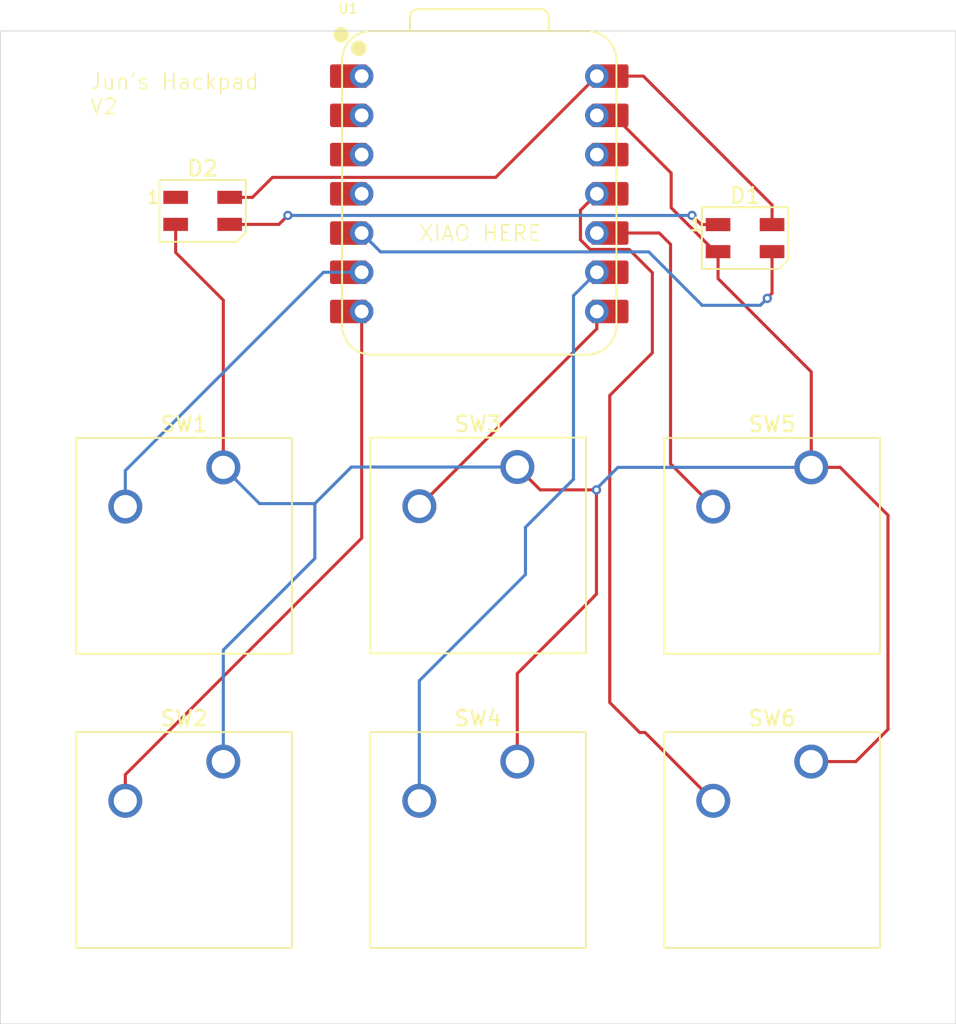
<source format=kicad_pcb>
(kicad_pcb (version 20241229) (generator "pcbnew") (generator_version "9.0")
  (layers (0 "F.Cu" signal) (2 "B.Cu" signal) (13 "F.Paste" user) (15 "B.Paste" user) (5 "F.SilkS" user "F.Silkscreen") (7 "B.SilkS" user "B.Silkscreen") (1 "F.Mask" user) (3 "B.Mask" user) (25 "Edge.Cuts" user))
  (net 0 "")
  (net 1 "+5V")
  (net 2 "Net-(D1-DIN)")
  (net 3 "Net-(D1-DOUT)")
  (net 4 "GND")
  (net 5 "Net-(U1-GPIO7{slash}SCL)")
  (net 6 "Net-(U1-GPIO0{slash}TX)")
  (net 7 "Net-(U1-GPIO1{slash}RX)")
  (net 8 "Net-(U1-GPIO2{slash}SCK)")
  (net 9 "Net-(U1-GPIO4{slash}MISO)")
  (net 10 "Net-(U1-GPIO3{slash}MOSI)")
  (footprint "OPL:XIAO-RP2040-DIP" (layer "F.Cu") (at 131.045 60.55)
    (property "Reference" "U1" (at -8.5 -12 0) (layer "F.SilkS") (effects (font (size 0.635 0.635) (thickness 0.1016))))
    (property "Value" "XIAO-RP2040-DIP")
    (fp_line (start -8.89 8.509) (end -8.89 -8.636) (stroke (width 0.127)) (layer "F.SilkS"))
    (fp_line (start -6.985 10.414) (end 6.985 10.414) (stroke (width 0.127)) (layer "F.SilkS"))
    (fp_line (start -4.495 -10.541) (end -4.491272 -11.451272) (stroke (width 0.127)) (layer "F.SilkS"))
    (fp_line (start -3.991272 -11.951) (end 4.004 -11.951) (stroke (width 0.127)) (layer "F.SilkS"))
    (fp_line (start 4.504 -11.451) (end 4.504 -10.541) (stroke (width 0.127)) (layer "F.SilkS"))
    (fp_line (start 6.985 -10.541) (end -6.985 -10.541) (stroke (width 0.1)) (layer "F.SilkS"))
    (fp_line (start 6.985 -10.541) (end -6.985 -10.541) (stroke (width 0.127)) (layer "F.SilkS"))
    (fp_line (start 8.89 8.509) (end 8.89 -8.636) (stroke (width 0.127)) (layer "F.SilkS"))
    (fp_arc (start -8.89 -8.636) (mid -8.332038 -9.983038) (end -6.985 -10.541) (stroke (width 0.127)) (layer "F.SilkS"))
    (fp_arc (start -6.985 10.414) (mid -8.332038 9.856038) (end -8.89 8.509) (stroke (width 0.127)) (layer "F.SilkS"))
    (fp_arc (start -4.491272 -11.451272) (mid -4.344728 -11.80464) (end -3.991272 -11.951) (stroke (width 0.127)) (layer "F.SilkS"))
    (fp_arc (start 4.004 -11.951) (mid 4.357553 -11.804553) (end 4.504 -11.451) (stroke (width 0.127)) (layer "F.SilkS"))
    (fp_arc (start 6.985 -10.541) (mid 8.332038 -9.983038) (end 8.89 -8.636) (stroke (width 0.127)) (layer "F.SilkS"))
    (fp_arc (start 8.89 8.509) (mid 8.332038 9.856038) (end 6.985 10.414) (stroke (width 0.127)) (layer "F.SilkS"))
    (fp_circle (center -8.95 -10.3) (end -8.95 -10.554) (stroke (width 0.5)) (fill yes) (layer "F.SilkS"))
    (fp_circle (center -7.807 -9.42) (end -7.807 -9.674) (stroke (width 0.5)) (fill yes) (layer "F.SilkS"))
    (pad "1" smd roundrect (at -8.455 -7.62 180) (size 2.432 1.524) (layers "F.Cu" "F.Mask") (roundrect_rratio 0.1))
    (pad "1" thru_hole circle (at -7.62 -7.62 180) (size 1.524 1.524) (drill 0.889) (layers "*.Cu" "*.Mask"))
    (pad "2" smd roundrect (at -8.455 -5.08 180) (size 2.432 1.524) (layers "F.Cu" "F.Mask") (roundrect_rratio 0.1))
    (pad "2" thru_hole circle (at -7.62 -5.08 180) (size 1.524 1.524) (drill 0.889) (layers "*.Cu" "*.Mask"))
    (pad "3" smd roundrect (at -8.455 -2.54 180) (size 2.432 1.524) (layers "F.Cu" "F.Mask") (roundrect_rratio 0.1))
    (pad "3" thru_hole circle (at -7.62 -2.54 180) (size 1.524 1.524) (drill 0.889) (layers "*.Cu" "*.Mask"))
    (pad "4" smd roundrect (at -8.455 0 180) (size 2.432 1.524) (layers "F.Cu" "F.Mask") (roundrect_rratio 0.1))
    (pad "4" thru_hole circle (at -7.62 0 180) (size 1.524 1.524) (drill 0.889) (layers "*.Cu" "*.Mask"))
    (pad "5" smd roundrect (at -8.455 2.54 180) (size 2.432 1.524) (layers "F.Cu" "F.Mask") (roundrect_rratio 0.1) (net 2 "Net-(D1-DIN)"))
    (pad "5" thru_hole circle (at -7.62 2.54 180) (size 1.524 1.524) (drill 0.889) (layers "*.Cu" "*.Mask") (net 2 "Net-(D1-DIN)"))
    (pad "6" smd roundrect (at -8.455 5.08 180) (size 2.432 1.524) (layers "F.Cu" "F.Mask") (roundrect_rratio 0.1) (net 5 "Net-(U1-GPIO7{slash}SCL)"))
    (pad "6" thru_hole circle (at -7.62 5.08 180) (size 1.524 1.524) (drill 0.889) (layers "*.Cu" "*.Mask") (net 5 "Net-(U1-GPIO7{slash}SCL)"))
    (pad "7" smd roundrect (at -8.455 7.62 180) (size 2.432 1.524) (layers "F.Cu" "F.Mask") (roundrect_rratio 0.1) (net 6 "Net-(U1-GPIO0{slash}TX)"))
    (pad "7" thru_hole circle (at -7.62 7.62 180) (size 1.524 1.524) (drill 0.889) (layers "*.Cu" "*.Mask") (net 6 "Net-(U1-GPIO0{slash}TX)"))
    (pad "8" thru_hole circle (at 7.62 7.62) (size 1.524 1.524) (drill 0.889) (layers "*.Cu" "*.Mask") (net 7 "Net-(U1-GPIO1{slash}RX)"))
    (pad "8" smd roundrect (at 8.455 7.62) (size 2.432 1.524) (layers "F.Cu" "F.Mask") (roundrect_rratio 0.1) (net 7 "Net-(U1-GPIO1{slash}RX)"))
    (pad "9" thru_hole circle (at 7.62 5.08) (size 1.524 1.524) (drill 0.889) (layers "*.Cu" "*.Mask") (net 8 "Net-(U1-GPIO2{slash}SCK)"))
    (pad "9" smd roundrect (at 8.455 5.08) (size 2.432 1.524) (layers "F.Cu" "F.Mask") (roundrect_rratio 0.1) (net 8 "Net-(U1-GPIO2{slash}SCK)"))
    (pad "10" thru_hole circle (at 7.62 2.54) (size 1.524 1.524) (drill 0.889) (layers "*.Cu" "*.Mask") (net 9 "Net-(U1-GPIO4{slash}MISO)"))
    (pad "10" smd roundrect (at 8.455 2.54) (size 2.432 1.524) (layers "F.Cu" "F.Mask") (roundrect_rratio 0.1) (net 9 "Net-(U1-GPIO4{slash}MISO)"))
    (pad "11" thru_hole circle (at 7.62 0) (size 1.524 1.524) (drill 0.889) (layers "*.Cu" "*.Mask") (net 10 "Net-(U1-GPIO3{slash}MOSI)"))
    (pad "11" smd roundrect (at 8.455 0) (size 2.432 1.524) (layers "F.Cu" "F.Mask") (roundrect_rratio 0.1) (net 10 "Net-(U1-GPIO3{slash}MOSI)"))
    (pad "12" thru_hole circle (at 7.62 -2.54) (size 1.524 1.524) (drill 0.889) (layers "*.Cu" "*.Mask"))
    (pad "12" smd roundrect (at 8.455 -2.54) (size 2.432 1.524) (layers "F.Cu" "F.Mask") (roundrect_rratio 0.1))
    (pad "13" thru_hole circle (at 7.62 -5.08) (size 1.524 1.524) (drill 0.889) (layers "*.Cu" "*.Mask") (net 4 "GND"))
    (pad "13" smd roundrect (at 8.455 -5.08) (size 2.432 1.524) (layers "F.Cu" "F.Mask") (roundrect_rratio 0.1) (net 4 "GND"))
    (pad "14" thru_hole circle (at 7.62 -7.62) (size 1.524 1.524) (drill 0.889) (layers "*.Cu" "*.Mask") (net 1 "+5V"))
    (pad "14" smd roundrect (at 8.455 -7.62) (size 2.432 1.524) (layers "F.Cu" "F.Mask") (roundrect_rratio 0.1) (net 1 "+5V"))
  )
  (footprint "Button_Switch_Keyboard:SW_Cherry_MX_1.00u_PCB" (layer "F.Cu") (at 114.45875 78.26375)
    (property "Reference" "SW1" (at -2.54 -2.794 0) (layer "F.SilkS"))
    (property "Value" "SW_Push")
    (fp_line (start -9.525 -1.905) (end 4.445 -1.905) (stroke (width 0.12)) (layer "F.SilkS"))
    (fp_line (start -9.525 12.065) (end -9.525 -1.905) (stroke (width 0.12)) (layer "F.SilkS"))
    (fp_line (start 4.445 -1.905) (end 4.445 12.065) (stroke (width 0.12)) (layer "F.SilkS"))
    (fp_line (start 4.445 12.065) (end -9.525 12.065) (stroke (width 0.12)) (layer "F.SilkS"))
    (pad "" np_thru_hole circle (at -7.62 5.08) (size 1.7 1.7) (drill 1.7) (layers "*.Cu" "*.Mask"))
    (pad "" np_thru_hole circle (at -2.54 5.08) (size 4 4) (drill 4) (layers "*.Cu" "*.Mask"))
    (pad "" np_thru_hole circle (at 2.54 5.08) (size 1.7 1.7) (drill 1.7) (layers "*.Cu" "*.Mask"))
    (pad "1" thru_hole circle (at 0 0) (size 2.2 2.2) (drill 1.5) (layers "*.Cu" "*.Mask") (net 4 "GND"))
    (pad "2" thru_hole circle (at -6.35 2.54) (size 2.2 2.2) (drill 1.5) (layers "*.Cu" "*.Mask") (net 5 "Net-(U1-GPIO7{slash}SCL)"))
  )
  (footprint "Button_Switch_Keyboard:SW_Cherry_MX_1.00u_PCB" (layer "F.Cu") (at 133.515 78.2425)
    (property "Reference" "SW3" (at -2.54 -2.794 0) (layer "F.SilkS"))
    (property "Value" "SW_Push")
    (fp_line (start -9.525 -1.905) (end 4.445 -1.905) (stroke (width 0.12)) (layer "F.SilkS"))
    (fp_line (start -9.525 12.065) (end -9.525 -1.905) (stroke (width 0.12)) (layer "F.SilkS"))
    (fp_line (start 4.445 -1.905) (end 4.445 12.065) (stroke (width 0.12)) (layer "F.SilkS"))
    (fp_line (start 4.445 12.065) (end -9.525 12.065) (stroke (width 0.12)) (layer "F.SilkS"))
    (pad "" np_thru_hole circle (at -7.62 5.08) (size 1.7 1.7) (drill 1.7) (layers "*.Cu" "*.Mask"))
    (pad "" np_thru_hole circle (at -2.54 5.08) (size 4 4) (drill 4) (layers "*.Cu" "*.Mask"))
    (pad "" np_thru_hole circle (at 2.54 5.08) (size 1.7 1.7) (drill 1.7) (layers "*.Cu" "*.Mask"))
    (pad "1" thru_hole circle (at 0 0) (size 2.2 2.2) (drill 1.5) (layers "*.Cu" "*.Mask") (net 4 "GND"))
    (pad "2" thru_hole circle (at -6.35 2.54) (size 2.2 2.2) (drill 1.5) (layers "*.Cu" "*.Mask") (net 7 "Net-(U1-GPIO1{slash}RX)"))
  )
  (footprint "LED_SMD:LED_SK6812MINI_PLCC4_3.5x3.5mm_P1.75mm" (layer "F.Cu") (at 148.26875 63.41875)
    (property "Reference" "D1" (at 0 -2.75 0) (layer "F.SilkS"))
    (property "Value" "SK6812MINI")
    (fp_line (start -2.8 -2) (end -2.8 2) (stroke (width 0.12)) (layer "F.SilkS"))
    (fp_line (start -2.8 -2) (end 2.8 -2) (stroke (width 0.12)) (layer "F.SilkS"))
    (fp_line (start -2.8 2) (end 2.2 2) (stroke (width 0.12)) (layer "F.SilkS"))
    (fp_line (start 2.8 1.4) (end 2.2 2) (stroke (width 0.12)) (layer "F.SilkS"))
    (fp_line (start 2.8 1.4) (end 2.8 -2) (stroke (width 0.12)) (layer "F.SilkS"))
    (fp_text user "1" (at -3.2 -0.875 0) (layer "F.SilkS") (effects (font (size 0.8 0.8))))
    (pad "1" smd rect (at -1.75 -0.875) (size 1.6 0.85) (layers "F.Cu" "F.Mask" "F.Paste") (net 3 "Net-(D1-DOUT)"))
    (pad "2" smd rect (at -1.75 0.875) (size 1.6 0.85) (layers "F.Cu" "F.Mask" "F.Paste") (net 4 "GND"))
    (pad "3" smd rect (at 1.75 0.875) (size 1.6 0.85) (layers "F.Cu" "F.Mask" "F.Paste") (net 2 "Net-(D1-DIN)"))
    (pad "4" smd rect (at 1.75 -0.875) (size 1.6 0.85) (layers "F.Cu" "F.Mask" "F.Paste") (net 1 "+5V"))
  )
  (footprint "Button_Switch_Keyboard:SW_Cherry_MX_1.00u_PCB" (layer "F.Cu") (at 133.50875 97.31375)
    (property "Reference" "SW4" (at -2.54 -2.794 0) (layer "F.SilkS"))
    (property "Value" "SW_Push" (hide yes))
    (fp_line (start -9.525 -1.905) (end 4.445 -1.905) (stroke (width 0.12)) (layer "F.SilkS"))
    (fp_line (start -9.525 12.065) (end -9.525 -1.905) (stroke (width 0.12)) (layer "F.SilkS"))
    (fp_line (start 4.445 -1.905) (end 4.445 12.065) (stroke (width 0.12)) (layer "F.SilkS"))
    (fp_line (start 4.445 12.065) (end -9.525 12.065) (stroke (width 0.12)) (layer "F.SilkS"))
    (pad "" np_thru_hole circle (at -7.62 5.08) (size 1.7 1.7) (drill 1.7) (layers "*.Cu" "*.Mask"))
    (pad "" np_thru_hole circle (at -2.54 5.08) (size 4 4) (drill 4) (layers "*.Cu" "*.Mask"))
    (pad "" np_thru_hole circle (at 2.54 5.08) (size 1.7 1.7) (drill 1.7) (layers "*.Cu" "*.Mask"))
    (pad "1" thru_hole circle (at 0 0) (size 2.2 2.2) (drill 1.5) (layers "*.Cu" "*.Mask") (net 4 "GND"))
    (pad "2" thru_hole circle (at -6.35 2.54) (size 2.2 2.2) (drill 1.5) (layers "*.Cu" "*.Mask") (net 8 "Net-(U1-GPIO2{slash}SCK)"))
  )
  (footprint "Button_Switch_Keyboard:SW_Cherry_MX_1.00u_PCB" (layer "F.Cu") (at 152.55875 97.31375)
    (property "Reference" "SW6" (at -2.54 -2.794 0) (layer "F.SilkS"))
    (property "Value" "SW_Push")
    (fp_line (start -9.525 -1.905) (end 4.445 -1.905) (stroke (width 0.12)) (layer "F.SilkS"))
    (fp_line (start -9.525 12.065) (end -9.525 -1.905) (stroke (width 0.12)) (layer "F.SilkS"))
    (fp_line (start 4.445 -1.905) (end 4.445 12.065) (stroke (width 0.12)) (layer "F.SilkS"))
    (fp_line (start 4.445 12.065) (end -9.525 12.065) (stroke (width 0.12)) (layer "F.SilkS"))
    (pad "" np_thru_hole circle (at -7.62 5.08) (size 1.7 1.7) (drill 1.7) (layers "*.Cu" "*.Mask"))
    (pad "" np_thru_hole circle (at -2.54 5.08) (size 4 4) (drill 4) (layers "*.Cu" "*.Mask"))
    (pad "" np_thru_hole circle (at 2.54 5.08) (size 1.7 1.7) (drill 1.7) (layers "*.Cu" "*.Mask"))
    (pad "1" thru_hole circle (at 0 0) (size 2.2 2.2) (drill 1.5) (layers "*.Cu" "*.Mask") (net 4 "GND"))
    (pad "2" thru_hole circle (at -6.35 2.54) (size 2.2 2.2) (drill 1.5) (layers "*.Cu" "*.Mask") (net 10 "Net-(U1-GPIO3{slash}MOSI)"))
  )
  (footprint "Button_Switch_Keyboard:SW_Cherry_MX_1.00u_PCB" (layer "F.Cu") (at 114.45875 97.31375)
    (property "Reference" "SW2" (at -2.54 -2.794 0) (layer "F.SilkS"))
    (property "Value" "SW_Push")
    (fp_line (start -9.525 -1.905) (end 4.445 -1.905) (stroke (width 0.12)) (layer "F.SilkS"))
    (fp_line (start -9.525 12.065) (end -9.525 -1.905) (stroke (width 0.12)) (layer "F.SilkS"))
    (fp_line (start 4.445 -1.905) (end 4.445 12.065) (stroke (width 0.12)) (layer "F.SilkS"))
    (fp_line (start 4.445 12.065) (end -9.525 12.065) (stroke (width 0.12)) (layer "F.SilkS"))
    (pad "" np_thru_hole circle (at -7.62 5.08) (size 1.7 1.7) (drill 1.7) (layers "*.Cu" "*.Mask"))
    (pad "" np_thru_hole circle (at -2.54 5.08) (size 4 4) (drill 4) (layers "*.Cu" "*.Mask"))
    (pad "" np_thru_hole circle (at 2.54 5.08) (size 1.7 1.7) (drill 1.7) (layers "*.Cu" "*.Mask"))
    (pad "1" thru_hole circle (at 0 0) (size 2.2 2.2) (drill 1.5) (layers "*.Cu" "*.Mask") (net 4 "GND"))
    (pad "2" thru_hole circle (at -6.35 2.54) (size 2.2 2.2) (drill 1.5) (layers "*.Cu" "*.Mask") (net 6 "Net-(U1-GPIO0{slash}TX)"))
  )
  (footprint "Button_Switch_Keyboard:SW_Cherry_MX_1.00u_PCB" (layer "F.Cu") (at 152.55875 78.26375)
    (property "Reference" "SW5" (at -2.54 -2.794 0) (layer "F.SilkS"))
    (property "Value" "SW_Push")
    (fp_line (start -9.525 -1.905) (end 4.445 -1.905) (stroke (width 0.12)) (layer "F.SilkS"))
    (fp_line (start -9.525 12.065) (end -9.525 -1.905) (stroke (width 0.12)) (layer "F.SilkS"))
    (fp_line (start 4.445 -1.905) (end 4.445 12.065) (stroke (width 0.12)) (layer "F.SilkS"))
    (fp_line (start 4.445 12.065) (end -9.525 12.065) (stroke (width 0.12)) (layer "F.SilkS"))
    (pad "" np_thru_hole circle (at -7.62 5.08) (size 1.7 1.7) (drill 1.7) (layers "*.Cu" "*.Mask"))
    (pad "" np_thru_hole circle (at -2.54 5.08) (size 4 4) (drill 4) (layers "*.Cu" "*.Mask"))
    (pad "" np_thru_hole circle (at 2.54 5.08) (size 1.7 1.7) (drill 1.7) (layers "*.Cu" "*.Mask"))
    (pad "1" thru_hole circle (at 0 0) (size 2.2 2.2) (drill 1.5) (layers "*.Cu" "*.Mask") (net 4 "GND"))
    (pad "2" thru_hole circle (at -6.35 2.54) (size 2.2 2.2) (drill 1.5) (layers "*.Cu" "*.Mask") (net 9 "Net-(U1-GPIO4{slash}MISO)"))
  )
  (footprint "LED_SMD:LED_SK6812MINI_PLCC4_3.5x3.5mm_P1.75mm" (layer "F.Cu") (at 113.12 61.655)
    (property "Reference" "D2" (at 0 -2.75 0) (layer "F.SilkS"))
    (property "Value" "SK6812MINI")
    (fp_line (start -2.8 -2) (end -2.8 2) (stroke (width 0.12)) (layer "F.SilkS"))
    (fp_line (start -2.8 -2) (end 2.8 -2) (stroke (width 0.12)) (layer "F.SilkS"))
    (fp_line (start -2.8 2) (end 2.2 2) (stroke (width 0.12)) (layer "F.SilkS"))
    (fp_line (start 2.8 1.4) (end 2.2 2) (stroke (width 0.12)) (layer "F.SilkS"))
    (fp_line (start 2.8 1.4) (end 2.8 -2) (stroke (width 0.12)) (layer "F.SilkS"))
    (fp_text user "1" (at -3.2 -0.875 0) (layer "F.SilkS") (effects (font (size 0.8 0.8))))
    (pad "1" smd rect (at -1.75 -0.875) (size 1.6 0.85) (layers "F.Cu" "F.Mask" "F.Paste"))
    (pad "2" smd rect (at -1.75 0.875) (size 1.6 0.85) (layers "F.Cu" "F.Mask" "F.Paste") (net 4 "GND"))
    (pad "3" smd rect (at 1.75 0.875) (size 1.6 0.85) (layers "F.Cu" "F.Mask" "F.Paste") (net 3 "Net-(D1-DOUT)"))
    (pad "4" smd rect (at 1.75 -0.875) (size 1.6 0.85) (layers "F.Cu" "F.Mask" "F.Paste") (net 1 "+5V"))
  )
  (gr_rect (start 100.0125 50.00625) (end 161.925 114.3) (stroke (width 0.05)) (fill no) (layer "Edge.Cuts"))
  (gr_text "Jun's Hackpad\nV2\n" (at 105.75 55.48 0) (layer "F.SilkS") (effects (font (size 1 1) (thickness 0.1)) (justify left bottom)))
  (gr_text "XIAO HERE" (at 127.07 63.69 0) (layer "F.SilkS") (effects (font (size 1 1) (thickness 0.1)) (justify left bottom)))
  (segment (start 117.643 59.487) (end 132.108 59.487) (width 0.2) (layer "F.Cu") (net 1))
  (segment (start 132.108 59.487) (end 138.665 52.93) (width 0.2) (layer "F.Cu") (net 1))
  (segment (start 150.01875 61.26875) (end 141.68 52.93) (width 0.2) (layer "F.Cu") (net 1))
  (segment (start 150.01875 62.54375) (end 150.01875 61.26875) (width 0.2) (layer "F.Cu") (net 1))
  (segment (start 141.68 52.93) (end 138.665 52.93) (width 0.2) (layer "F.Cu") (net 1))
  (segment (start 116.35 60.78) (end 114.87 60.78) (width 0.2) (layer "F.Cu") (net 1))
  (segment (start 117.643 59.487) (end 116.35 60.78) (width 0.2) (layer "F.Cu") (net 1))
  (segment (start 150.01875 66.98125) (end 149.7 67.3) (width 0.2) (layer "F.Cu") (net 2))
  (segment (start 150.01875 64.29375) (end 149.97625 64.29375) (width 0.2) (layer "F.Cu") (net 2))
  (segment (start 150.01875 64.29375) (end 150.01875 66.98125) (width 0.2) (layer "F.Cu") (net 2))
  (segment (start 149.97625 64.29375) (end 149.93 64.34) (width 0.2) (layer "F.Cu") (net 2))
  (via (at 149.71 67.32) (size 0.6) (drill 0.3) (layers "F.Cu" "B.Cu") (net 2))
  (segment (start 145.46 67.77) (end 149.26 67.77) (width 0.2) (layer "B.Cu") (net 2))
  (segment (start 149.26 67.77) (end 149.71 67.32) (width 0.2) (layer "B.Cu") (net 2))
  (segment (start 124.645 64.31) (end 142.03 64.31) (width 0.2) (layer "B.Cu") (net 2))
  (segment (start 145.46 67.74) (end 145.46 67.77) (width 0.2) (layer "B.Cu") (net 2))
  (segment (start 143.28 65.56) (end 145.46 67.74) (width 0.2) (layer "B.Cu") (net 2))
  (segment (start 149.71 67.32) (end 149.73 67.3) (width 0.2) (layer "B.Cu") (net 2))
  (segment (start 123.425 63.09) (end 124.645 64.31) (width 0.2) (layer "B.Cu") (net 2))
  (segment (start 142.03 64.31) (end 143.28 65.56) (width 0.2) (layer "B.Cu") (net 2))
  (segment (start 118.64 61.950735) (end 118.060735 62.53) (width 0.2) (layer "F.Cu") (net 3))
  (segment (start 146.51875 62.54375) (end 145.42228 62.54375) (width 0.2) (layer "F.Cu") (net 3))
  (segment (start 118.060735 62.53) (end 114.87 62.53) (width 0.2) (layer "F.Cu") (net 3))
  (segment (start 145.42228 62.54375) (end 144.829265 61.950735) (width 0.2) (layer "F.Cu") (net 3))
  (via (at 144.829265 61.950735) (size 0.6) (drill 0.3) (layers "F.Cu" "B.Cu") (net 3))
  (via (at 118.64 61.950735) (size 0.6) (drill 0.3) (layers "F.Cu" "B.Cu") (net 3))
  (segment (start 119.230735 61.950735) (end 118.64 61.950735) (width 0.2) (layer "B.Cu") (net 3))
  (segment (start 144.829265 61.950735) (end 119.230735 61.950735) (width 0.2) (layer "B.Cu") (net 3))
  (segment (start 118.64 61.950735) (end 118.519265 61.950735) (width 0.2) (layer "B.Cu") (net 3))
  (segment (start 146.51875 66.03875) (end 152.55875 72.07875) (width 0.2) (layer "F.Cu") (net 4))
  (segment (start 114.45875 78.26375) (end 114.45875 67.43875) (width 0.2) (layer "F.Cu") (net 4))
  (segment (start 152.55875 78.26375) (end 154.43375 78.26375) (width 0.2) (layer "F.Cu") (net 4))
  (segment (start 139.74263 55.47) (end 138.665 55.47) (width 0.2) (layer "F.Cu") (net 4))
  (segment (start 138.48 86.62) (end 138.64 86.46) (width 0.2) (layer "F.Cu") (net 4))
  (segment (start 138.64 86.46) (end 138.64 79.72) (width 0.2) (layer "F.Cu") (net 4))
  (segment (start 146.32375 64.29375) (end 143.48 61.45) (width 0.2) (layer "F.Cu") (net 4))
  (segment (start 157.53 95.23) (end 155.44625 97.31375) (width 0.2) (layer "F.Cu") (net 4))
  (segment (start 152.55875 72.07875) (end 152.55875 78.26375) (width 0.2) (layer "F.Cu") (net 4))
  (segment (start 133.50875 91.61125) (end 138.48 86.64) (width 0.2) (layer "F.Cu") (net 4))
  (segment (start 138.48 86.64) (end 138.48 86.62) (width 0.2) (layer "F.Cu") (net 4))
  (segment (start 155.44625 97.31375) (end 152.55875 97.31375) (width 0.2) (layer "F.Cu") (net 4))
  (segment (start 157.53 81.36) (end 157.53 95.23) (width 0.2) (layer "F.Cu") (net 4))
  (segment (start 133.515 78.2425) (end 134.9925 79.72) (width 0.2) (layer "F.Cu") (net 4))
  (segment (start 114.45875 67.43875) (end 111.37 64.35) (width 0.2) (layer "F.Cu") (net 4))
  (segment (start 138.64 79.72) (end 138.64 79.65) (width 0.2) (layer "F.Cu") (net 4))
  (segment (start 146.51875 64.29375) (end 146.51875 66.03875) (width 0.2) (layer "F.Cu") (net 4))
  (segment (start 134.9925 79.72) (end 138.64 79.72) (width 0.2) (layer "F.Cu") (net 4))
  (segment (start 154.43375 78.26375) (end 157.53 81.36) (width 0.2) (layer "F.Cu") (net 4))
  (segment (start 111.37 64.35) (end 111.37 62.53) (width 0.2) (layer "F.Cu") (net 4))
  (segment (start 143.48 61.45) (end 143.48 59.20737) (width 0.2) (layer "F.Cu") (net 4))
  (segment (start 133.50875 97.31375) (end 133.50875 91.61125) (width 0.2) (layer "F.Cu") (net 4))
  (segment (start 143.48 59.20737) (end 139.74263 55.47) (width 0.2) (layer "F.Cu") (net 4))
  (segment (start 146.51875 64.29375) (end 146.32375 64.29375) (width 0.2) (layer "F.Cu") (net 4))
  (via (at 138.64 79.72) (size 0.6) (drill 0.3) (layers "F.Cu" "B.Cu") (net 4))
  (segment (start 140.02625 78.26375) (end 138.5 79.79) (width 0.2) (layer "B.Cu") (net 4))
  (segment (start 114.45875 90.09125) (end 120.39 84.16) (width 0.2) (layer "B.Cu") (net 4))
  (segment (start 122.7575 78.2425) (end 120.39 80.61) (width 0.2) (layer "B.Cu") (net 4))
  (segment (start 120.39 80.61) (end 116.805 80.61) (width 0.2) (layer "B.Cu") (net 4))
  (segment (start 152.55875 78.26375) (end 140.02625 78.26375) (width 0.2) (layer "B.Cu") (net 4))
  (segment (start 114.45875 97.31375) (end 114.45875 90.09125) (width 0.2) (layer "B.Cu") (net 4))
  (segment (start 114.6175 78.4225) (end 114.45875 78.26375) (width 0.2) (layer "B.Cu") (net 4))
  (segment (start 133.515 78.2425) (end 122.7575 78.2425) (width 0.2) (layer "B.Cu") (net 4))
  (segment (start 116.805 80.61) (end 114.45875 78.26375) (width 0.2) (layer "B.Cu") (net 4))
  (segment (start 120.39 84.16) (end 120.39 80.61) (width 0.2) (layer "B.Cu") (net 4))
  (segment (start 108.10875 78.47125) (end 120.95 65.63) (width 0.2) (layer "B.Cu") (net 5))
  (segment (start 108.10875 80.80375) (end 108.10875 78.47125) (width 0.2) (layer "B.Cu") (net 5))
  (segment (start 120.95 65.63) (end 123.425 65.63) (width 0.2) (layer "B.Cu") (net 5))
  (segment (start 108.10875 98.16125) (end 108.10875 99.85375) (width 0.2) (layer "F.Cu") (net 6))
  (segment (start 123.425 82.845) (end 108.10875 98.16125) (width 0.2) (layer "F.Cu") (net 6))
  (segment (start 123.425 68.17) (end 123.425 82.845) (width 0.2) (layer "F.Cu") (net 6))
  (segment (start 138.665 69.3025) (end 138.665 68.17) (width 0.2) (layer "F.Cu") (net 7))
  (segment (start 138.665 69.2825) (end 138.665 68.17) (width 0.2) (layer "F.Cu") (net 7))
  (segment (start 127.165 80.7825) (end 138.665 69.2825) (width 0.2) (layer "F.Cu") (net 7))
  (segment (start 127.15875 92.08125) (end 127.15875 99.85375) (width 0.2) (layer "B.Cu") (net 8))
  (segment (start 137.15 79.03) (end 134.04 82.14) (width 0.2) (layer "B.Cu") (net 8))
  (segment (start 138.665 65.63) (end 137.15 67.145) (width 0.2) (layer "B.Cu") (net 8))
  (segment (start 134.04 82.14) (end 134.04 85.2) (width 0.2) (layer "B.Cu") (net 8))
  (segment (start 134.04 85.2) (end 127.15875 92.08125) (width 0.2) (layer "B.Cu") (net 8))
  (segment (start 137.15 67.145) (end 137.15 79.03) (width 0.2) (layer "B.Cu") (net 8))
  (segment (start 143.44 63.82) (end 142.71 63.09) (width 0.2) (layer "F.Cu") (net 9))
  (segment (start 146.20875 80.80375) (end 143.44 78.035) (width 0.2) (layer "F.Cu") (net 9))
  (segment (start 142.71 63.09) (end 138.665 63.09) (width 0.2) (layer "F.Cu") (net 9))
  (segment (start 143.44 78.035) (end 143.44 63.82) (width 0.2) (layer "F.Cu") (net 9))
  (segment (start 141.44 95.43) (end 139.5 93.49) (width 0.2) (layer "F.Cu") (net 10))
  (segment (start 139.5 73.61) (end 142.26 70.85) (width 0.2) (layer "F.Cu") (net 10))
  (segment (start 141.785 95.43) (end 141.44 95.43) (width 0.2) (layer "F.Cu") (net 10))
  (segment (start 142.26 65.657374) (end 140.755626 64.153) (width 0.2) (layer "F.Cu") (net 10))
  (segment (start 140.755626 64.153) (end 138.22469 64.153) (width 0.2) (layer "F.Cu") (net 10))
  (segment (start 139.5 93.49) (end 139.5 73.61) (width 0.2) (layer "F.Cu") (net 10))
  (segment (start 146.20875 99.85375) (end 141.785 95.43) (width 0.2) (layer "F.Cu") (net 10))
  (segment (start 137.602 61.613) (end 138.665 60.55) (width 0.2) (layer "F.Cu") (net 10))
  (segment (start 137.602 63.53031) (end 137.602 61.613) (width 0.2) (layer "F.Cu") (net 10))
  (segment (start 138.22469 64.153) (end 137.602 63.53031) (width 0.2) (layer "F.Cu") (net 10))
  (segment (start 142.26 70.85) (end 142.26 65.657374) (width 0.2) (layer "F.Cu") (net 10))
)
</source>
